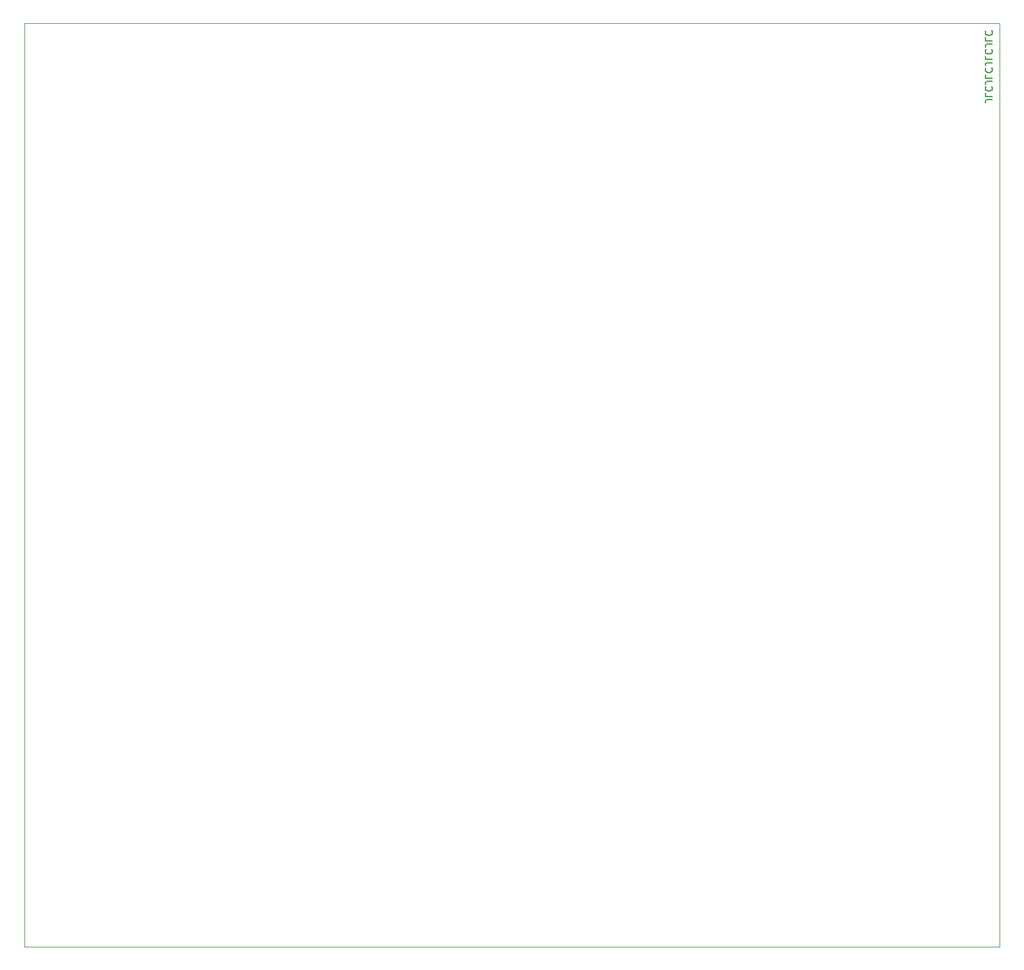
<source format=gbo>
G04 #@! TF.GenerationSoftware,KiCad,Pcbnew,(6.0.0)*
G04 #@! TF.CreationDate,2022-04-30T23:11:35+02:00*
G04 #@! TF.ProjectId,Output-mixer,4f757470-7574-42d6-9d69-7865722e6b69,rev?*
G04 #@! TF.SameCoordinates,Original*
G04 #@! TF.FileFunction,Legend,Bot*
G04 #@! TF.FilePolarity,Positive*
%FSLAX46Y46*%
G04 Gerber Fmt 4.6, Leading zero omitted, Abs format (unit mm)*
G04 Created by KiCad (PCBNEW (6.0.0)) date 2022-04-30 23:11:35*
%MOMM*%
%LPD*%
G01*
G04 APERTURE LIST*
G04 #@! TA.AperFunction,Profile*
%ADD10C,0.050000*%
G04 #@! TD*
%ADD11C,0.150000*%
%ADD12C,0.100000*%
%ADD13O,6.700000X4.200000*%
G04 APERTURE END LIST*
D10*
X26646447Y-34646447D02*
X26646447Y-162646447D01*
X26646447Y-34646447D02*
X161646447Y-34646447D01*
X161646447Y-34646447D02*
X161646447Y-162646447D01*
X161646447Y-162646447D02*
X26646447Y-162646447D01*
D11*
X160694066Y-45265494D02*
X159979780Y-45265494D01*
X159836923Y-45313113D01*
X159741685Y-45408351D01*
X159694066Y-45551208D01*
X159694066Y-45646447D01*
X159694066Y-44313113D02*
X159694066Y-44789304D01*
X160694066Y-44789304D01*
X159789304Y-43408351D02*
X159741685Y-43455970D01*
X159694066Y-43598827D01*
X159694066Y-43694066D01*
X159741685Y-43836923D01*
X159836923Y-43932161D01*
X159932161Y-43979780D01*
X160122637Y-44027399D01*
X160265494Y-44027399D01*
X160455970Y-43979780D01*
X160551208Y-43932161D01*
X160646447Y-43836923D01*
X160694066Y-43694066D01*
X160694066Y-43598827D01*
X160646447Y-43455970D01*
X160598827Y-43408351D01*
X160694066Y-42694066D02*
X159979780Y-42694066D01*
X159836923Y-42741685D01*
X159741685Y-42836923D01*
X159694066Y-42979780D01*
X159694066Y-43075018D01*
X159694066Y-41741685D02*
X159694066Y-42217875D01*
X160694066Y-42217875D01*
X159789304Y-40836923D02*
X159741685Y-40884542D01*
X159694066Y-41027399D01*
X159694066Y-41122637D01*
X159741685Y-41265494D01*
X159836923Y-41360732D01*
X159932161Y-41408351D01*
X160122637Y-41455970D01*
X160265494Y-41455970D01*
X160455970Y-41408351D01*
X160551208Y-41360732D01*
X160646447Y-41265494D01*
X160694066Y-41122637D01*
X160694066Y-41027399D01*
X160646447Y-40884542D01*
X160598827Y-40836923D01*
X160694066Y-40122637D02*
X159979780Y-40122637D01*
X159836923Y-40170256D01*
X159741685Y-40265494D01*
X159694066Y-40408351D01*
X159694066Y-40503589D01*
X159694066Y-39170256D02*
X159694066Y-39646447D01*
X160694066Y-39646447D01*
X159789304Y-38265494D02*
X159741685Y-38313113D01*
X159694066Y-38455970D01*
X159694066Y-38551208D01*
X159741685Y-38694066D01*
X159836923Y-38789304D01*
X159932161Y-38836923D01*
X160122637Y-38884542D01*
X160265494Y-38884542D01*
X160455970Y-38836923D01*
X160551208Y-38789304D01*
X160646447Y-38694066D01*
X160694066Y-38551208D01*
X160694066Y-38455970D01*
X160646447Y-38313113D01*
X160598827Y-38265494D01*
X160694066Y-37551208D02*
X159979780Y-37551208D01*
X159836923Y-37598827D01*
X159741685Y-37694066D01*
X159694066Y-37836923D01*
X159694066Y-37932161D01*
X159694066Y-36598827D02*
X159694066Y-37075018D01*
X160694066Y-37075018D01*
X159789304Y-35694066D02*
X159741685Y-35741685D01*
X159694066Y-35884542D01*
X159694066Y-35979780D01*
X159741685Y-36122637D01*
X159836923Y-36217875D01*
X159932161Y-36265494D01*
X160122637Y-36313113D01*
X160265494Y-36313113D01*
X160455970Y-36265494D01*
X160551208Y-36217875D01*
X160646447Y-36122637D01*
X160694066Y-35979780D01*
X160694066Y-35884542D01*
X160646447Y-35741685D01*
X160598827Y-35694066D01*
%LPC*%
D12*
X117146447Y-54146447D02*
X112146447Y-54146447D01*
X112146447Y-54146447D02*
X112146447Y-49146447D01*
X112146447Y-49146447D02*
X117146447Y-49146447D01*
X117146447Y-49146447D02*
X117146447Y-54146447D01*
G36*
X117146447Y-54146447D02*
G01*
X112146447Y-54146447D01*
X112146447Y-49146447D01*
X117146447Y-49146447D01*
X117146447Y-54146447D01*
G37*
X117146447Y-54146447D02*
X112146447Y-54146447D01*
X112146447Y-49146447D01*
X117146447Y-49146447D01*
X117146447Y-54146447D01*
X55646447Y-62396447D02*
X50646447Y-62396447D01*
X50646447Y-62396447D02*
X50646447Y-57396447D01*
X50646447Y-57396447D02*
X55646447Y-57396447D01*
X55646447Y-57396447D02*
X55646447Y-62396447D01*
G36*
X55646447Y-62396447D02*
G01*
X50646447Y-62396447D01*
X50646447Y-57396447D01*
X55646447Y-57396447D01*
X55646447Y-62396447D01*
G37*
X55646447Y-62396447D02*
X50646447Y-62396447D01*
X50646447Y-57396447D01*
X55646447Y-57396447D01*
X55646447Y-62396447D01*
X117146447Y-128146447D02*
X112146447Y-128146447D01*
X112146447Y-128146447D02*
X112146447Y-123146447D01*
X112146447Y-123146447D02*
X117146447Y-123146447D01*
X117146447Y-123146447D02*
X117146447Y-128146447D01*
G36*
X117146447Y-128146447D02*
G01*
X112146447Y-128146447D01*
X112146447Y-123146447D01*
X117146447Y-123146447D01*
X117146447Y-128146447D01*
G37*
X117146447Y-128146447D02*
X112146447Y-128146447D01*
X112146447Y-123146447D01*
X117146447Y-123146447D01*
X117146447Y-128146447D01*
X55646447Y-117896447D02*
X50646447Y-117896447D01*
X50646447Y-117896447D02*
X50646447Y-112896447D01*
X50646447Y-112896447D02*
X55646447Y-112896447D01*
X55646447Y-112896447D02*
X55646447Y-117896447D01*
G36*
X55646447Y-117896447D02*
G01*
X50646447Y-117896447D01*
X50646447Y-112896447D01*
X55646447Y-112896447D01*
X55646447Y-117896447D01*
G37*
X55646447Y-117896447D02*
X50646447Y-117896447D01*
X50646447Y-112896447D01*
X55646447Y-112896447D01*
X55646447Y-117896447D01*
X117146447Y-72646447D02*
X112146447Y-72646447D01*
X112146447Y-72646447D02*
X112146447Y-67646447D01*
X112146447Y-67646447D02*
X117146447Y-67646447D01*
X117146447Y-67646447D02*
X117146447Y-72646447D01*
G36*
X117146447Y-72646447D02*
G01*
X112146447Y-72646447D01*
X112146447Y-67646447D01*
X117146447Y-67646447D01*
X117146447Y-72646447D01*
G37*
X117146447Y-72646447D02*
X112146447Y-72646447D01*
X112146447Y-67646447D01*
X117146447Y-67646447D01*
X117146447Y-72646447D01*
X117146447Y-91146447D02*
X112146447Y-91146447D01*
X112146447Y-91146447D02*
X112146447Y-86146447D01*
X112146447Y-86146447D02*
X117146447Y-86146447D01*
X117146447Y-86146447D02*
X117146447Y-91146447D01*
G36*
X117146447Y-91146447D02*
G01*
X112146447Y-91146447D01*
X112146447Y-86146447D01*
X117146447Y-86146447D01*
X117146447Y-91146447D01*
G37*
X117146447Y-91146447D02*
X112146447Y-91146447D01*
X112146447Y-86146447D01*
X117146447Y-86146447D01*
X117146447Y-91146447D01*
X117146447Y-109646447D02*
X112146447Y-109646447D01*
X112146447Y-109646447D02*
X112146447Y-104646447D01*
X112146447Y-104646447D02*
X117146447Y-104646447D01*
X117146447Y-104646447D02*
X117146447Y-109646447D01*
G36*
X117146447Y-109646447D02*
G01*
X112146447Y-109646447D01*
X112146447Y-104646447D01*
X117146447Y-104646447D01*
X117146447Y-109646447D01*
G37*
X117146447Y-109646447D02*
X112146447Y-109646447D01*
X112146447Y-104646447D01*
X117146447Y-104646447D01*
X117146447Y-109646447D01*
X117146447Y-146646447D02*
X112146447Y-146646447D01*
X112146447Y-146646447D02*
X112146447Y-141646447D01*
X112146447Y-141646447D02*
X117146447Y-141646447D01*
X117146447Y-141646447D02*
X117146447Y-146646447D01*
G36*
X117146447Y-146646447D02*
G01*
X112146447Y-146646447D01*
X112146447Y-141646447D01*
X117146447Y-141646447D01*
X117146447Y-146646447D01*
G37*
X117146447Y-146646447D02*
X112146447Y-146646447D01*
X112146447Y-141646447D01*
X117146447Y-141646447D01*
X117146447Y-146646447D01*
X55646447Y-154896447D02*
X50646447Y-154896447D01*
X50646447Y-154896447D02*
X50646447Y-149896447D01*
X50646447Y-149896447D02*
X55646447Y-149896447D01*
X55646447Y-149896447D02*
X55646447Y-154896447D01*
G36*
X55646447Y-154896447D02*
G01*
X50646447Y-154896447D01*
X50646447Y-149896447D01*
X55646447Y-149896447D01*
X55646447Y-154896447D01*
G37*
X55646447Y-154896447D02*
X50646447Y-154896447D01*
X50646447Y-149896447D01*
X55646447Y-149896447D01*
X55646447Y-154896447D01*
X55646447Y-99396447D02*
X50646447Y-99396447D01*
X50646447Y-99396447D02*
X50646447Y-94396447D01*
X50646447Y-94396447D02*
X55646447Y-94396447D01*
X55646447Y-94396447D02*
X55646447Y-99396447D01*
G36*
X55646447Y-99396447D02*
G01*
X50646447Y-99396447D01*
X50646447Y-94396447D01*
X55646447Y-94396447D01*
X55646447Y-99396447D01*
G37*
X55646447Y-99396447D02*
X50646447Y-99396447D01*
X50646447Y-94396447D01*
X55646447Y-94396447D01*
X55646447Y-99396447D01*
X55646447Y-80896447D02*
X50646447Y-80896447D01*
X50646447Y-80896447D02*
X50646447Y-75896447D01*
X50646447Y-75896447D02*
X55646447Y-75896447D01*
X55646447Y-75896447D02*
X55646447Y-80896447D01*
G36*
X55646447Y-80896447D02*
G01*
X50646447Y-80896447D01*
X50646447Y-75896447D01*
X55646447Y-75896447D01*
X55646447Y-80896447D01*
G37*
X55646447Y-80896447D02*
X50646447Y-80896447D01*
X50646447Y-75896447D01*
X55646447Y-75896447D01*
X55646447Y-80896447D01*
X55646447Y-136396447D02*
X50646447Y-136396447D01*
X50646447Y-136396447D02*
X50646447Y-131396447D01*
X50646447Y-131396447D02*
X55646447Y-131396447D01*
X55646447Y-131396447D02*
X55646447Y-136396447D01*
G36*
X55646447Y-136396447D02*
G01*
X50646447Y-136396447D01*
X50646447Y-131396447D01*
X55646447Y-131396447D01*
X55646447Y-136396447D01*
G37*
X55646447Y-136396447D02*
X50646447Y-136396447D01*
X50646447Y-131396447D01*
X55646447Y-131396447D01*
X55646447Y-136396447D01*
D13*
X146646447Y-159646447D03*
X41646447Y-159646447D03*
X146646447Y-37646447D03*
X41646447Y-37646447D03*
M02*

</source>
